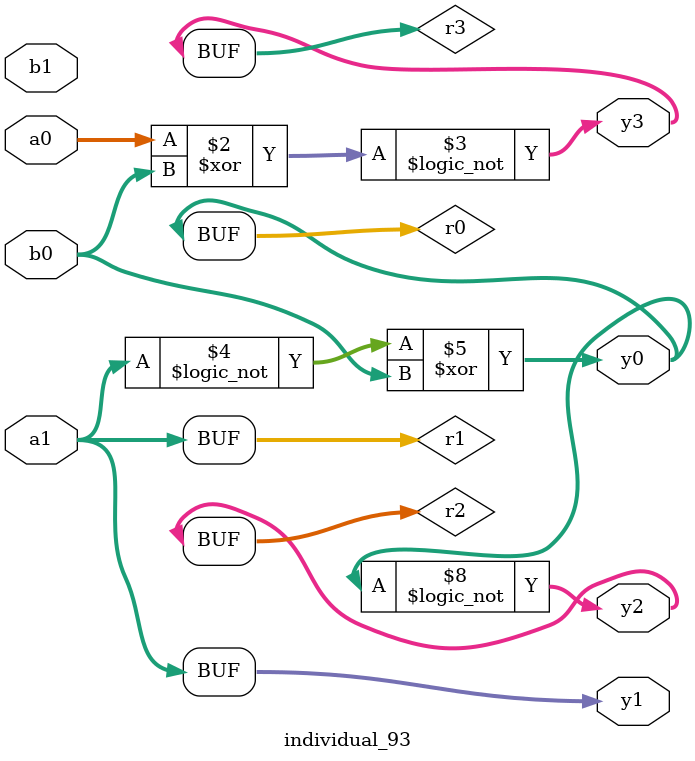
<source format=sv>
module individual_93(input logic [15:0] a1, input logic [15:0] a0, input logic [15:0] b1, input logic [15:0] b0, output logic [15:0] y3, output logic [15:0] y2, output logic [15:0] y1, output logic [15:0] y0);
logic [15:0] r0, r1, r2, r3; 
 always@(*) begin 
	 r0 = a0; r1 = a1; r2 = b0; r3 = b1; 
 	 r0  ^=  b0 ;
 	 r3 = ! r0 ;
 	 r0 = ! r1 ;
 	 r0  ^=  r2 ;
 	 r2  ^=  r2 ;
 	 r2 = ! b0 ;
 	 r2 = ! r0 ;
 	 y3 = r3; y2 = r2; y1 = r1; y0 = r0; 
end
endmodule
</source>
